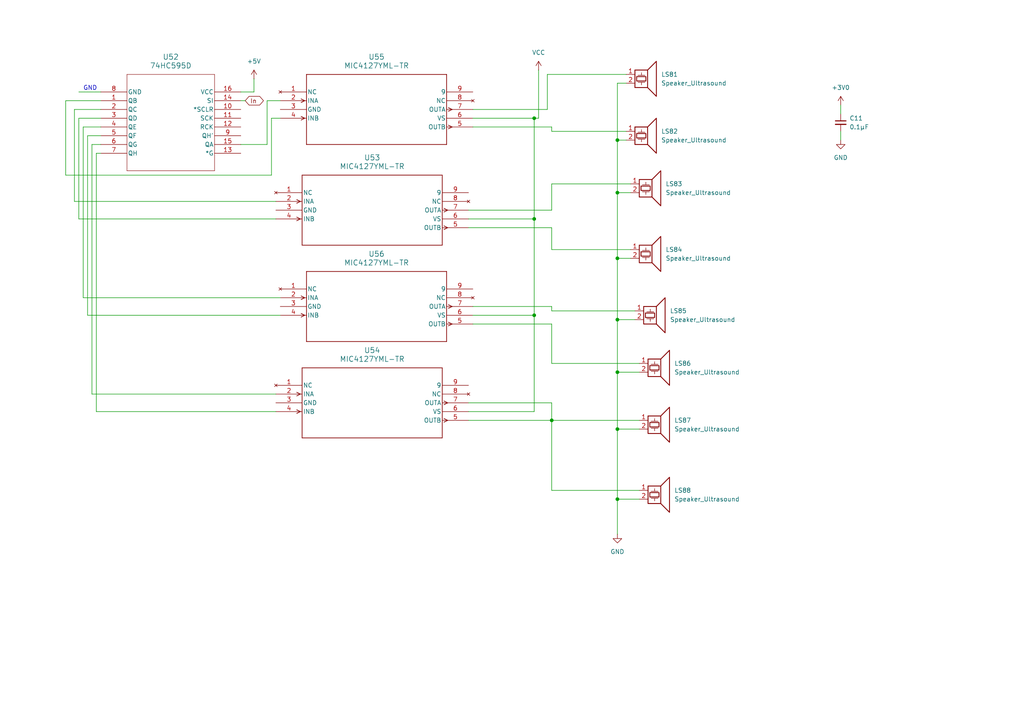
<source format=kicad_sch>
(kicad_sch (version 20250114) (generator "eeschema") (generator_version "9.0")
  (paper "A4")
  (lib_symbols
    (symbol "2025-12-28_09-02-17:MIC4127YML-TR" (pin_names (offset 0.254))
      (property "Reference" "U" (at 27.94 10.16 0))
      (property "Value" "MIC4127YML-TR" (at 27.94 7.62 0))
      (symbol "MIC4127YML-TR_0_1"
        (polyline (pts (xy 7.0993 -2.54) (xy 6.0579 -2.0193)) (stroke (width 0.2032)))
        (polyline (pts (xy 7.0993 -2.54) (xy 6.0579 -3.0607)) (stroke (width 0.2032)))
        (polyline (pts (xy 7.0993 -7.62) (xy 6.0579 -7.0993)) (stroke (width 0.2032)))
        (polyline (pts (xy 7.0993 -7.62) (xy 6.0579 -8.1407)) (stroke (width 0.2032)))
        (polyline (pts (xy 7.62 5.08) (xy 7.62 -15.24)) (stroke (width 0.2032)))
        (polyline (pts (xy 7.62 -15.24) (xy 48.26 -15.24)) (stroke (width 0.2032)))
        (polyline (pts (xy 48.26 5.08) (xy 7.62 5.08)) (stroke (width 0.2032)))
        (polyline (pts (xy 48.26 -15.24) (xy 48.26 5.08)) (stroke (width 0.2032)))
        (polyline (pts (xy 48.7807 -4.5593) (xy 49.8221 -5.08)) (stroke (width 0.2032)))
        (polyline (pts (xy 48.7807 -5.6007) (xy 49.8221 -5.08)) (stroke (width 0.2032)))
        (polyline (pts (xy 48.7807 -9.6393) (xy 49.8221 -10.16)) (stroke (width 0.2032)))
        (polyline (pts (xy 48.7807 -10.6807) (xy 49.8221 -10.16)) (stroke (width 0.2032)))
        (pin no_connect line (at 0 0 0) (length 7.62) (name "NC") (number "1"))
        (pin input line (at 0 -2.54 0) (length 7.62) (name "INA") (number "2"))
        (pin power_in line (at 0 -5.08 0) (length 7.62) (name "GND") (number "3"))
        (pin input line (at 0 -7.62 0) (length 7.62) (name "INB") (number "4"))
        (pin unspecified line (at 55.88 0 180) (length 7.62) (name "9") (number "9"))
        (pin no_connect line (at 55.88 -2.54 180) (length 7.62) (name "NC") (number "8"))
        (pin output line (at 55.88 -5.08 180) (length 7.62) (name "OUTA") (number "7"))
        (pin power_in line (at 55.88 -7.62 180) (length 7.62) (name "VS") (number "6"))
        (pin output line (at 55.88 -10.16 180) (length 7.62) (name "OUTB") (number "5"))
      )
    )
    (symbol "2025-12-28_09-22-42:74HC595D" (pin_names (offset 0.254))
      (property "Reference" "U" (at 20.32 10.16 0))
      (property "Value" "74HC595D" (at 20.32 7.62 0))
      (symbol "74HC595D_0_1"
        (polyline (pts (xy 7.62 5.08) (xy 7.62 -22.86)) (stroke (width 0.127)))
        (polyline (pts (xy 7.62 -22.86) (xy 33.02 -22.86)) (stroke (width 0.127)))
        (polyline (pts (xy 33.02 5.08) (xy 7.62 5.08)) (stroke (width 0.127)))
        (polyline (pts (xy 33.02 -22.86) (xy 33.02 5.08)) (stroke (width 0.127)))
        (pin power_out line (at 0 0 0) (length 7.62) (name "GND") (number "8"))
        (pin output line (at 0 -2.54 0) (length 7.62) (name "QB") (number "1"))
        (pin output line (at 0 -5.08 0) (length 7.62) (name "QC") (number "2"))
        (pin output line (at 0 -7.62 0) (length 7.62) (name "QD") (number "3"))
        (pin output line (at 0 -10.16 0) (length 7.62) (name "QE") (number "4"))
        (pin output line (at 0 -12.7 0) (length 7.62) (name "QF") (number "5"))
        (pin output line (at 0 -15.24 0) (length 7.62) (name "QG") (number "6"))
        (pin output line (at 0 -17.78 0) (length 7.62) (name "QH") (number "7"))
        (pin power_in line (at 40.64 0 180) (length 7.62) (name "VCC") (number "16"))
        (pin input line (at 40.64 -2.54 180) (length 7.62) (name "SI") (number "14"))
        (pin input line (at 40.64 -5.08 180) (length 7.62) (name "*SCLR") (number "10"))
        (pin input line (at 40.64 -7.62 180) (length 7.62) (name "SCK") (number "11"))
        (pin input line (at 40.64 -10.16 180) (length 7.62) (name "RCK") (number "12"))
        (pin output line (at 40.64 -12.7 180) (length 7.62) (name "QH'") (number "9"))
        (pin output line (at 40.64 -15.24 180) (length 7.62) (name "QA") (number "15"))
        (pin input line (at 40.64 -17.78 180) (length 7.62) (name "*G") (number "13"))
      )
    )
    (symbol "Device:C_Small" (pin_numbers (hide yes)) (pin_names (offset 0.254) (hide yes))
      (property "Reference" "C" (at 0.254 1.778 0))
      (property "Value" "C_Small" (at 0.254 -2.032 0))
      (symbol "C_Small_0_1"
        (polyline (pts (xy -1.524 0.508) (xy 1.524 0.508)) (stroke (width 0.3048)))
        (polyline (pts (xy -1.524 -0.508) (xy 1.524 -0.508)) (stroke (width 0.3302)))
      )
      (symbol "C_Small_1_1"
        (pin passive line (at 0 2.54 270) (length 2.032) (name "~") (number "1"))
        (pin passive line (at 0 -2.54 90) (length 2.032) (name "~") (number "2"))
      )
    )
    (symbol "Device:Speaker_Ultrasound" (pin_names (offset 0) (hide yes))
      (property "Reference" "LS" (at 0.635 5.715 0))
      (property "Value" "Speaker_Ultrasound" (at 0.635 3.81 0))
      (symbol "Speaker_Ultrasound_0_0"
        (rectangle (start -2.54 1.27) (end 1.143 -3.81) (stroke (width 0.254)))
        (rectangle (start -2.032 -0.635) (end 0.635 -1.905) (stroke (width 0.254)))
        (polyline (pts (xy -1.651 -0.254) (xy 0.381 -0.254)))
        (polyline (pts (xy -1.651 -2.286) (xy 0.381 -2.286)))
        (polyline (pts (xy -0.635 -0.254) (xy -0.635 0.508)))
        (polyline (pts (xy -0.635 -2.286) (xy -0.635 -3.048)))
        (polyline (pts (xy 1.143 1.27) (xy 3.683 3.81) (xy 3.683 -6.35) (xy 1.143 -3.81)) (stroke (width 0.254)))
      )
      (symbol "Speaker_Ultrasound_1_1"
        (pin input line (at -5.08 0 0) (length 2.54) (name "1") (number "1"))
        (pin input line (at -5.08 -2.54 0) (length 2.54) (name "2") (number "2"))
      )
    )
    (symbol "power:+3V0" (power) (pin_numbers (hide yes)) (pin_names (offset 0) (hide yes))
      (property "Value" "+3V0" (at 0 3.556 0))
      (symbol "+3V0_0_1"
        (polyline (pts (xy -0.762 1.27) (xy 0 2.54)))
        (polyline (pts (xy 0 2.54) (xy 0.762 1.27)))
        (polyline (pts (xy 0 0) (xy 0 2.54)))
      )
      (symbol "+3V0_1_1"
        (pin power_in line (at 0 0 90) (length 0) (name "~") (number "1"))
      )
    )
    (symbol "power:+5V" (power) (pin_numbers (hide yes)) (pin_names (offset 0) (hide yes))
      (property "Value" "+5V" (at 0 3.556 0))
      (symbol "+5V_0_1"
        (polyline (pts (xy -0.762 1.27) (xy 0 2.54)))
        (polyline (pts (xy 0 2.54) (xy 0.762 1.27)))
        (polyline (pts (xy 0 0) (xy 0 2.54)))
      )
      (symbol "+5V_1_1"
        (pin power_in line (at 0 0 90) (length 0) (name "~") (number "1"))
      )
    )
    (symbol "power:GND" (power) (pin_numbers (hide yes)) (pin_names (offset 0) (hide yes))
      (property "Value" "GND" (at 0 -3.81 0))
      (symbol "GND_0_1"
        (polyline (pts (xy 0 0) (xy 0 -1.27) (xy 1.27 -1.27) (xy 0 -2.54) (xy -1.27 -1.27) (xy 0 -1.27)))
      )
      (symbol "GND_1_1"
        (pin power_in line (at 0 0 270) (length 0) (name "~") (number "1"))
      )
    )
    (symbol "power:VCC" (power) (pin_numbers (hide yes)) (pin_names (offset 0) (hide yes))
      (property "Value" "VCC" (at 0 3.556 0))
      (symbol "VCC_0_1"
        (polyline (pts (xy -0.762 1.27) (xy 0 2.54)))
        (polyline (pts (xy 0 2.54) (xy 0.762 1.27)))
        (polyline (pts (xy 0 0) (xy 0 2.54)))
      )
      (symbol "VCC_1_1"
        (pin power_in line (at 0 0 90) (length 0) (name "~") (number "1"))
      )
    )
  )
  (text "GND" (at 26.162 25.654 0) (effects (font (size 1.27 1.27))))
  (junction (at 179.07 92.71))
  (junction (at 154.94 34.29))
  (junction (at 154.94 63.5))
  (junction (at 154.94 91.44))
  (junction (at 179.07 107.95))
  (junction (at 160.02 121.92))
  (junction (at 179.07 144.78))
  (junction (at 179.07 124.46))
  (junction (at 179.07 40.64))
  (junction (at 179.07 74.93))
  (junction (at 179.07 55.88))
  (wire (pts (xy 25.4 91.44) (xy 81.28 91.44)))
  (wire (pts (xy 22.86 34.29) (xy 22.86 63.5)))
  (wire (pts (xy 160.02 38.1) (xy 181.61 38.1)))
  (wire (pts (xy 243.84 30.48) (xy 243.84 33.02)))
  (wire (pts (xy 158.75 31.75) (xy 158.75 21.59)))
  (wire (pts (xy 19.05 29.21) (xy 19.05 50.8)))
  (wire (pts (xy 73.66 22.86) (xy 73.66 26.67)))
  (wire (pts (xy 160.02 121.92) (xy 160.02 142.24)))
  (wire (pts (xy 160.02 36.83) (xy 160.02 38.1)))
  (wire (pts (xy 29.21 29.21) (xy 19.05 29.21)))
  (wire (pts (xy 27.94 44.45) (xy 27.94 119.38)))
  (wire (pts (xy 27.94 119.38) (xy 80.01 119.38)))
  (wire (pts (xy 29.21 44.45) (xy 27.94 44.45)))
  (wire (pts (xy 154.94 34.29) (xy 154.94 63.5)))
  (wire (pts (xy 22.86 26.67) (xy 29.21 26.67)))
  (wire (pts (xy 179.07 107.95) (xy 179.07 124.46)))
  (wire (pts (xy 179.07 92.71) (xy 179.07 107.95)))
  (wire (pts (xy 69.85 26.67) (xy 73.66 26.67)))
  (wire (pts (xy 160.02 90.17) (xy 184.15 90.17)))
  (wire (pts (xy 137.16 88.9) (xy 160.02 88.9)))
  (wire (pts (xy 160.02 105.41) (xy 185.42 105.41)))
  (wire (pts (xy 154.94 63.5) (xy 154.94 91.44)))
  (wire (pts (xy 24.13 86.36) (xy 81.28 86.36)))
  (wire (pts (xy 21.59 31.75) (xy 21.59 58.42)))
  (wire (pts (xy 160.02 88.9) (xy 160.02 90.17)))
  (wire (pts (xy 135.89 116.84) (xy 160.02 116.84)))
  (wire (pts (xy 160.02 121.92) (xy 185.42 121.92)))
  (wire (pts (xy 135.89 121.92) (xy 160.02 121.92)))
  (wire (pts (xy 137.16 93.98) (xy 160.02 93.98)))
  (wire (pts (xy 137.16 91.44) (xy 154.94 91.44)))
  (wire (pts (xy 135.89 119.38) (xy 154.94 119.38)))
  (wire (pts (xy 243.84 38.1) (xy 243.84 40.64)))
  (wire (pts (xy 185.42 144.78) (xy 179.07 144.78)))
  (wire (pts (xy 160.02 53.34) (xy 182.88 53.34)))
  (wire (pts (xy 24.13 36.83) (xy 24.13 86.36)))
  (wire (pts (xy 156.21 20.32) (xy 156.21 34.29)))
  (wire (pts (xy 29.21 39.37) (xy 25.4 39.37)))
  (wire (pts (xy 179.07 74.93) (xy 182.88 74.93)))
  (wire (pts (xy 179.07 40.64) (xy 179.07 55.88)))
  (wire (pts (xy 137.16 31.75) (xy 158.75 31.75)))
  (wire (pts (xy 158.75 21.59) (xy 181.61 21.59)))
  (wire (pts (xy 160.02 60.96) (xy 160.02 53.34)))
  (wire (pts (xy 135.89 60.96) (xy 160.02 60.96)))
  (wire (pts (xy 179.07 144.78) (xy 179.07 154.94)))
  (wire (pts (xy 26.67 41.91) (xy 26.67 114.3)))
  (wire (pts (xy 22.86 63.5) (xy 80.01 63.5)))
  (wire (pts (xy 179.07 124.46) (xy 179.07 144.78)))
  (wire (pts (xy 135.89 66.04) (xy 160.02 66.04)))
  (wire (pts (xy 181.61 24.13) (xy 179.07 24.13)))
  (wire (pts (xy 154.94 91.44) (xy 154.94 119.38)))
  (wire (pts (xy 179.07 55.88) (xy 179.07 74.93)))
  (wire (pts (xy 78.74 34.29) (xy 81.28 34.29)))
  (wire (pts (xy 160.02 116.84) (xy 160.02 121.92)))
  (wire (pts (xy 179.07 40.64) (xy 181.61 40.64)))
  (wire (pts (xy 154.94 34.29) (xy 156.21 34.29)))
  (wire (pts (xy 160.02 66.04) (xy 160.02 72.39)))
  (wire (pts (xy 69.85 41.91) (xy 77.47 41.91)))
  (wire (pts (xy 179.07 55.88) (xy 182.88 55.88)))
  (wire (pts (xy 29.21 41.91) (xy 26.67 41.91)))
  (wire (pts (xy 160.02 72.39) (xy 182.88 72.39)))
  (wire (pts (xy 179.07 92.71) (xy 184.15 92.71)))
  (wire (pts (xy 179.07 24.13) (xy 179.07 40.64)))
  (wire (pts (xy 21.59 58.42) (xy 80.01 58.42)))
  (wire (pts (xy 179.07 107.95) (xy 185.42 107.95)))
  (wire (pts (xy 19.05 50.8) (xy 78.74 50.8)))
  (wire (pts (xy 29.21 31.75) (xy 21.59 31.75)))
  (wire (pts (xy 77.47 41.91) (xy 77.47 29.21)))
  (wire (pts (xy 77.47 29.21) (xy 81.28 29.21)))
  (wire (pts (xy 160.02 93.98) (xy 160.02 105.41)))
  (wire (pts (xy 137.16 34.29) (xy 154.94 34.29)))
  (wire (pts (xy 78.74 50.8) (xy 78.74 34.29)))
  (wire (pts (xy 135.89 63.5) (xy 154.94 63.5)))
  (wire (pts (xy 179.07 124.46) (xy 185.42 124.46)))
  (wire (pts (xy 29.21 34.29) (xy 22.86 34.29)))
  (wire (pts (xy 25.4 39.37) (xy 25.4 91.44)))
  (wire (pts (xy 137.16 36.83) (xy 160.02 36.83)))
  (wire (pts (xy 29.21 36.83) (xy 24.13 36.83)))
  (wire (pts (xy 160.02 142.24) (xy 185.42 142.24)))
  (wire (pts (xy 26.67 114.3) (xy 80.01 114.3)))
  (wire (pts (xy 69.85 29.21) (xy 71.12 29.21)))
  (wire (pts (xy 179.07 74.93) (xy 179.07 92.71)))
  (global_label "In" (shape bidirectional) (at 71.12 29.21 0) (property "Intersheetrefs" "${INTERSHEET_REFS}" (effects (hide yes))))
  (symbol (lib_id "Device:Speaker_Ultrasound") (at 190.5 121.92 0) (unit 1)
    (property "Reference" "LS87" (at 195.58 121.9199 0) (effects (justify left)))
    (property "Value" "Speaker_Ultrasound" (at 195.58 124.4599 0) (effects (justify left)))
    (property "Description" "Ultrasonic transducer" (effects (hide yes)))
  )
  (symbol (lib_id "Device:Speaker_Ultrasound") (at 190.5 105.41 0) (unit 1)
    (property "Reference" "LS86" (at 195.58 105.4099 0) (effects (justify left)))
    (property "Value" "Speaker_Ultrasound" (at 195.58 107.9499 0) (effects (justify left)))
    (property "Description" "Ultrasonic transducer" (effects (hide yes)))
  )
  (symbol (lib_id "Device:Speaker_Ultrasound") (at 187.96 72.39 0) (unit 1)
    (property "Reference" "LS84" (at 193.04 72.3899 0) (effects (justify left)))
    (property "Value" "Speaker_Ultrasound" (at 193.04 74.9299 0) (effects (justify left)))
    (property "Description" "Ultrasonic transducer" (effects (hide yes)))
  )
  (symbol (lib_id "Device:Speaker_Ultrasound") (at 186.69 21.59 0) (unit 1)
    (property "Reference" "LS81" (at 191.77 21.5899 0) (effects (justify left)))
    (property "Value" "Speaker_Ultrasound" (at 191.77 24.1299 0) (effects (justify left)))
    (property "Description" "Ultrasonic transducer" (effects (hide yes)))
  )
  (symbol (lib_id "Device:Speaker_Ultrasound") (at 189.23 90.17 0) (unit 1)
    (property "Reference" "LS85" (at 194.31 90.1699 0) (effects (justify left)))
    (property "Value" "Speaker_Ultrasound" (at 194.31 92.7099 0) (effects (justify left)))
    (property "Description" "Ultrasonic transducer" (effects (hide yes)))
  )
  (symbol (lib_id "Device:Speaker_Ultrasound") (at 187.96 53.34 0) (unit 1)
    (property "Reference" "LS83" (at 193.04 53.3399 0) (effects (justify left)))
    (property "Value" "Speaker_Ultrasound" (at 193.04 55.8799 0) (effects (justify left)))
    (property "Description" "Ultrasonic transducer" (effects (hide yes)))
  )
  (symbol (lib_id "2025-12-28_09-02-17:MIC4127YML-TR") (at 80.01 55.88 0) (unit 1)
    (property "Reference" "U53" (at 107.95 45.72 0) (effects (font (size 1.524 1.524))))
    (property "Value" "MIC4127YML-TR" (at 107.95 48.26 0) (effects (font (size 1.524 1.524))))
    (property "Footprint" "MLF-8_ML_MCH" (effects (hide yes)))
    (property "Datasheet" "MIC4127YML-TR" (effects (hide yes)))
  )
  (symbol (lib_id "2025-12-28_09-02-17:MIC4127YML-TR") (at 81.28 26.67 0) (unit 1)
    (property "Reference" "U55" (at 109.22 16.51 0) (effects (font (size 1.524 1.524))))
    (property "Value" "MIC4127YML-TR" (at 109.22 19.05 0) (effects (font (size 1.524 1.524))))
    (property "Footprint" "MLF-8_ML_MCH" (effects (hide yes)))
    (property "Datasheet" "MIC4127YML-TR" (effects (hide yes)))
  )
  (symbol (lib_id "2025-12-28_09-02-17:MIC4127YML-TR") (at 80.01 111.76 0) (unit 1)
    (property "Reference" "U54" (at 107.95 101.6 0) (effects (font (size 1.524 1.524))))
    (property "Value" "MIC4127YML-TR" (at 107.95 104.14 0) (effects (font (size 1.524 1.524))))
    (property "Footprint" "MLF-8_ML_MCH" (effects (hide yes)))
    (property "Datasheet" "MIC4127YML-TR" (effects (hide yes)))
  )
  (symbol (lib_id "Device:Speaker_Ultrasound") (at 186.69 38.1 0) (unit 1)
    (property "Reference" "LS82" (at 191.77 38.0999 0) (effects (justify left)))
    (property "Value" "Speaker_Ultrasound" (at 191.77 40.6399 0) (effects (justify left)))
    (property "Description" "Ultrasonic transducer" (effects (hide yes)))
  )
  (symbol (lib_id "power:VCC") (at 156.21 20.32 0) (unit 1)
    (property "Reference" "#PWR052" (effects (hide yes)))
    (property "Value" "VCC" (at 156.21 15.24 0))
    (property "Description" "Power symbol creates a global label with name \"VCC\"" (effects (hide yes)))
  )
  (symbol (lib_id "power:GND") (at 179.07 154.94 0) (unit 1)
    (property "Reference" "#PWR053" (effects (hide yes)))
    (property "Value" "GND" (at 179.07 160.02 0))
    (property "Description" "Power symbol creates a global label with name \"GND\" , ground" (effects (hide yes)))
  )
  (symbol (lib_id "Device:Speaker_Ultrasound") (at 190.5 142.24 0) (unit 1)
    (property "Reference" "LS88" (at 195.58 142.2399 0) (effects (justify left)))
    (property "Value" "Speaker_Ultrasound" (at 195.58 144.7799 0) (effects (justify left)))
    (property "Description" "Ultrasonic transducer" (effects (hide yes)))
  )
  (symbol (lib_id "power:GND") (at 243.84 40.64 0) (unit 1)
    (property "Reference" "#PWR055" (effects (hide yes)))
    (property "Value" "GND" (at 243.84 45.72 0))
    (property "Description" "Power symbol creates a global label with name \"GND\" , ground" (effects (hide yes)))
  )
  (symbol (lib_id "2025-12-28_09-22-42:74HC595D") (at 29.21 26.67 0) (unit 1)
    (property "Reference" "U52" (at 49.53 16.51 0) (effects (font (size 1.524 1.524))))
    (property "Value" "74HC595D" (at 49.53 19.05 0) (effects (font (size 1.524 1.524))))
    (property "Footprint" "SOIC16_TOS" (effects (hide yes)))
    (property "Datasheet" "https://toshiba.semicon-storage.com/info/docget.jsp?did=36768&prodName=74HC595D" (effects (hide yes)))
  )
  (symbol (lib_id "2025-12-28_09-02-17:MIC4127YML-TR") (at 81.28 83.82 0) (unit 1)
    (property "Reference" "U56" (at 109.22 73.66 0) (effects (font (size 1.524 1.524))))
    (property "Value" "MIC4127YML-TR" (at 109.22 76.2 0) (effects (font (size 1.524 1.524))))
    (property "Footprint" "MLF-8_ML_MCH" (effects (hide yes)))
    (property "Datasheet" "MIC4127YML-TR" (effects (hide yes)))
  )
  (symbol (lib_id "power:+5V") (at 73.66 22.86 0) (unit 1)
    (property "Reference" "#PWR051" (effects (hide yes)))
    (property "Value" "+5V" (at 73.66 17.78 0))
    (property "Description" "Power symbol creates a global label with name \"+5V\"" (effects (hide yes)))
  )
  (symbol (lib_id "Device:C_Small") (at 243.84 35.56 0) (unit 1)
    (property "Reference" "C11" (at 246.38 34.2962 0) (effects (justify left)))
    (property "Value" "0.1μF" (at 246.38 36.8362 0) (effects (justify left)))
    (property "Description" "Unpolarized capacitor, small symbol" (effects (hide yes)))
  )
  (symbol (lib_id "power:+3V0") (at 243.84 30.48 0) (unit 1)
    (property "Reference" "#PWR054" (effects (hide yes)))
    (property "Value" "+3V0" (at 243.84 25.4 0))
    (property "Description" "Power symbol creates a global label with name \"+3V0\"" (effects (hide yes)))
  )
)
</source>
